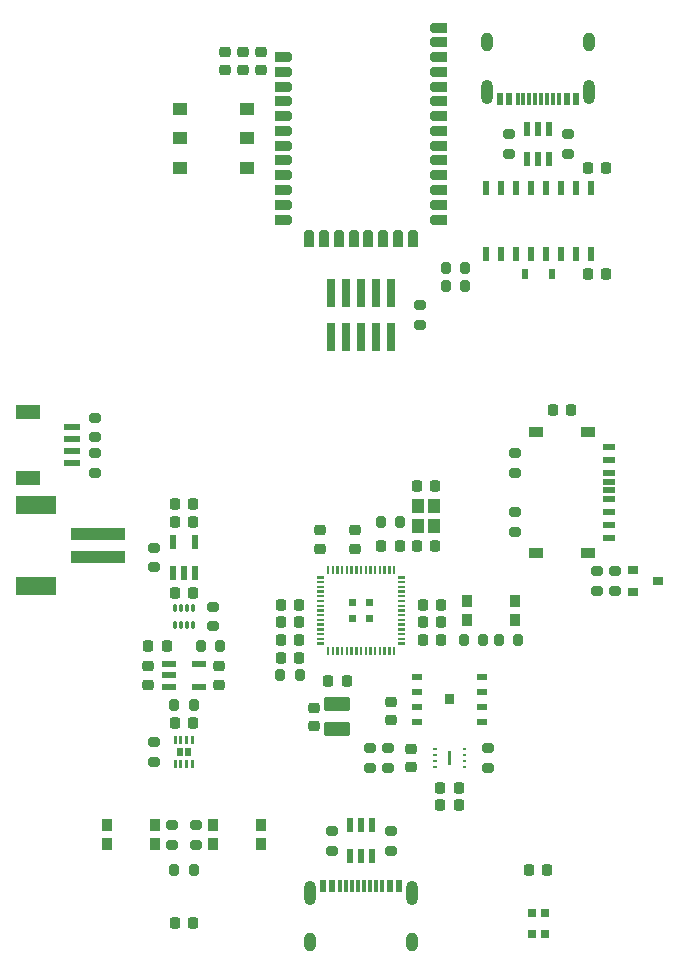
<source format=gtp>
%TF.GenerationSoftware,KiCad,Pcbnew,8.0.3*%
%TF.CreationDate,2024-07-24T15:17:42-06:00*%
%TF.ProjectId,SparkFun_IoT_Node_LoRaWAN,53706172-6b46-4756-9e5f-496f545f4e6f,v02*%
%TF.SameCoordinates,Original*%
%TF.FileFunction,Paste,Top*%
%TF.FilePolarity,Positive*%
%FSLAX46Y46*%
G04 Gerber Fmt 4.6, Leading zero omitted, Abs format (unit mm)*
G04 Created by KiCad (PCBNEW 8.0.3) date 2024-07-24 15:17:42*
%MOMM*%
%LPD*%
G01*
G04 APERTURE LIST*
G04 Aperture macros list*
%AMRoundRect*
0 Rectangle with rounded corners*
0 $1 Rounding radius*
0 $2 $3 $4 $5 $6 $7 $8 $9 X,Y pos of 4 corners*
0 Add a 4 corners polygon primitive as box body*
4,1,4,$2,$3,$4,$5,$6,$7,$8,$9,$2,$3,0*
0 Add four circle primitives for the rounded corners*
1,1,$1+$1,$2,$3*
1,1,$1+$1,$4,$5*
1,1,$1+$1,$6,$7*
1,1,$1+$1,$8,$9*
0 Add four rect primitives between the rounded corners*
20,1,$1+$1,$2,$3,$4,$5,0*
20,1,$1+$1,$4,$5,$6,$7,0*
20,1,$1+$1,$6,$7,$8,$9,0*
20,1,$1+$1,$8,$9,$2,$3,0*%
%AMFreePoly0*
4,1,14,-0.725000,0.420000,0.305000,0.420000,0.434787,0.399444,0.551870,0.339787,0.644787,0.246870,0.704444,0.129787,0.725000,0.000000,0.704444,-0.129787,0.644787,-0.246870,0.551870,-0.339787,0.434787,-0.399444,0.305000,-0.420000,-0.725000,-0.420000,-0.725000,0.420000,-0.725000,0.420000,$1*%
G04 Aperture macros list end*
%ADD10C,0.000000*%
%ADD11R,0.850000X0.500000*%
%ADD12RoundRect,0.225000X0.225000X0.250000X-0.225000X0.250000X-0.225000X-0.250000X0.225000X-0.250000X0*%
%ADD13RoundRect,0.200000X-0.275000X0.200000X-0.275000X-0.200000X0.275000X-0.200000X0.275000X0.200000X0*%
%ADD14RoundRect,0.225000X0.250000X-0.225000X0.250000X0.225000X-0.250000X0.225000X-0.250000X-0.225000X0*%
%ADD15RoundRect,0.225000X-0.225000X-0.250000X0.225000X-0.250000X0.225000X0.250000X-0.225000X0.250000X0*%
%ADD16R,1.200000X0.550000*%
%ADD17RoundRect,0.200000X-0.200000X-0.275000X0.200000X-0.275000X0.200000X0.275000X-0.200000X0.275000X0*%
%ADD18RoundRect,0.225000X-0.250000X0.225000X-0.250000X-0.225000X0.250000X-0.225000X0.250000X0.225000X0*%
%ADD19RoundRect,0.200000X0.275000X-0.200000X0.275000X0.200000X-0.275000X0.200000X-0.275000X-0.200000X0*%
%ADD20R,0.900000X1.000000*%
%ADD21RoundRect,0.200000X0.200000X0.275000X-0.200000X0.275000X-0.200000X-0.275000X0.200000X-0.275000X0*%
%ADD22R,1.000000X1.200000*%
%ADD23FreePoly0,180.000000*%
%ADD24FreePoly0,90.000000*%
%ADD25FreePoly0,0.000000*%
%ADD26R,0.900000X0.800000*%
%ADD27RoundRect,0.250000X0.850000X-0.375000X0.850000X0.375000X-0.850000X0.375000X-0.850000X-0.375000X0*%
%ADD28R,0.550000X1.200000*%
%ADD29RoundRect,0.050000X0.100000X-0.285000X0.100000X0.285000X-0.100000X0.285000X-0.100000X-0.285000X0*%
%ADD30R,0.600000X1.200000*%
%ADD31R,1.150000X1.000000*%
%ADD32R,1.000000X0.500000*%
%ADD33R,1.200000X0.950000*%
%ADD34R,0.740000X2.380000*%
%ADD35R,0.300000X1.000000*%
%ADD36R,0.600000X1.000000*%
%ADD37O,1.000000X1.600000*%
%ADD38O,1.000000X2.100000*%
%ADD39R,1.350000X0.600000*%
%ADD40R,2.000000X1.200000*%
%ADD41R,4.600000X1.000000*%
%ADD42R,3.400000X1.600000*%
%ADD43R,0.630000X0.830000*%
%ADD44RoundRect,0.218750X0.218750X0.256250X-0.218750X0.256250X-0.218750X-0.256250X0.218750X-0.256250X0*%
%ADD45R,0.700000X0.700000*%
G04 APERTURE END LIST*
D10*
%TO.C,U2*%
G36*
X7900000Y-17900000D02*
G01*
X7100000Y-17900000D01*
X7100000Y-17100000D01*
X7900000Y-17100000D01*
X7900000Y-17900000D01*
G37*
%TO.C,U1*%
G36*
X3750000Y-12900000D02*
G01*
X3100000Y-12900000D01*
X3100000Y-12700000D01*
X3750000Y-12700000D01*
X3750000Y-12900000D01*
G37*
G36*
X3750000Y-12500000D02*
G01*
X3100000Y-12500000D01*
X3100000Y-12300000D01*
X3750000Y-12300000D01*
X3750000Y-12500000D01*
G37*
G36*
X3750000Y-12100000D02*
G01*
X3100000Y-12100000D01*
X3100000Y-11900000D01*
X3750000Y-11900000D01*
X3750000Y-12100000D01*
G37*
G36*
X3750000Y-11700000D02*
G01*
X3100000Y-11700000D01*
X3100000Y-11500000D01*
X3750000Y-11500000D01*
X3750000Y-11700000D01*
G37*
G36*
X3750000Y-11300000D02*
G01*
X3100000Y-11300000D01*
X3100000Y-11100000D01*
X3750000Y-11100000D01*
X3750000Y-11300000D01*
G37*
G36*
X3750000Y-10900000D02*
G01*
X3100000Y-10900000D01*
X3100000Y-10700000D01*
X3750000Y-10700000D01*
X3750000Y-10900000D01*
G37*
G36*
X3750000Y-10500000D02*
G01*
X3100000Y-10500000D01*
X3100000Y-10300000D01*
X3750000Y-10300000D01*
X3750000Y-10500000D01*
G37*
G36*
X3750000Y-10100000D02*
G01*
X3100000Y-10100000D01*
X3100000Y-9900000D01*
X3750000Y-9900000D01*
X3750000Y-10100000D01*
G37*
G36*
X3750000Y-9700000D02*
G01*
X3100000Y-9700000D01*
X3100000Y-9500000D01*
X3750000Y-9500000D01*
X3750000Y-9700000D01*
G37*
G36*
X3750000Y-9300000D02*
G01*
X3100000Y-9300000D01*
X3100000Y-9100000D01*
X3750000Y-9100000D01*
X3750000Y-9300000D01*
G37*
G36*
X3750000Y-8900000D02*
G01*
X3100000Y-8900000D01*
X3100000Y-8700000D01*
X3750000Y-8700000D01*
X3750000Y-8900000D01*
G37*
G36*
X3750000Y-8500000D02*
G01*
X3100000Y-8500000D01*
X3100000Y-8300000D01*
X3750000Y-8300000D01*
X3750000Y-8500000D01*
G37*
G36*
X3750000Y-8100000D02*
G01*
X3100000Y-8100000D01*
X3100000Y-7900000D01*
X3750000Y-7900000D01*
X3750000Y-8100000D01*
G37*
G36*
X3750000Y-7700000D02*
G01*
X3100000Y-7700000D01*
X3100000Y-7500000D01*
X3750000Y-7500000D01*
X3750000Y-7700000D01*
G37*
G36*
X3750000Y-7300000D02*
G01*
X3100000Y-7300000D01*
X3100000Y-7100000D01*
X3750000Y-7100000D01*
X3750000Y-7300000D01*
G37*
G36*
X2900000Y-13750000D02*
G01*
X2700000Y-13750000D01*
X2700000Y-13100000D01*
X2900000Y-13100000D01*
X2900000Y-13750000D01*
G37*
G36*
X2900000Y-6900000D02*
G01*
X2700000Y-6900000D01*
X2700000Y-6250000D01*
X2900000Y-6250000D01*
X2900000Y-6900000D01*
G37*
G36*
X2500000Y-13750000D02*
G01*
X2300000Y-13750000D01*
X2300000Y-13100000D01*
X2500000Y-13100000D01*
X2500000Y-13750000D01*
G37*
G36*
X2500000Y-6900000D02*
G01*
X2300000Y-6900000D01*
X2300000Y-6250000D01*
X2500000Y-6250000D01*
X2500000Y-6900000D01*
G37*
G36*
X2100000Y-13750000D02*
G01*
X1900000Y-13750000D01*
X1900000Y-13100000D01*
X2100000Y-13100000D01*
X2100000Y-13750000D01*
G37*
G36*
X2100000Y-6900000D02*
G01*
X1900000Y-6900000D01*
X1900000Y-6250000D01*
X2100000Y-6250000D01*
X2100000Y-6900000D01*
G37*
G36*
X1700000Y-13750000D02*
G01*
X1500000Y-13750000D01*
X1500000Y-13100000D01*
X1700000Y-13100000D01*
X1700000Y-13750000D01*
G37*
G36*
X1700000Y-6900000D02*
G01*
X1500000Y-6900000D01*
X1500000Y-6250000D01*
X1700000Y-6250000D01*
X1700000Y-6900000D01*
G37*
G36*
X1300000Y-13750000D02*
G01*
X1100000Y-13750000D01*
X1100000Y-13100000D01*
X1300000Y-13100000D01*
X1300000Y-13750000D01*
G37*
G36*
X1300000Y-6900000D02*
G01*
X1100000Y-6900000D01*
X1100000Y-6250000D01*
X1300000Y-6250000D01*
X1300000Y-6900000D01*
G37*
G36*
X1000000Y-11000000D02*
G01*
X400000Y-11000000D01*
X400000Y-10400000D01*
X1000000Y-10400000D01*
X1000000Y-11000000D01*
G37*
G36*
X1000000Y-9600000D02*
G01*
X400000Y-9600000D01*
X400000Y-9000000D01*
X1000000Y-9000000D01*
X1000000Y-9600000D01*
G37*
G36*
X900000Y-13750000D02*
G01*
X700000Y-13750000D01*
X700000Y-13100000D01*
X900000Y-13100000D01*
X900000Y-13750000D01*
G37*
G36*
X900000Y-6900000D02*
G01*
X700000Y-6900000D01*
X700000Y-6250000D01*
X900000Y-6250000D01*
X900000Y-6900000D01*
G37*
G36*
X500000Y-13750000D02*
G01*
X300000Y-13750000D01*
X300000Y-13100000D01*
X500000Y-13100000D01*
X500000Y-13750000D01*
G37*
G36*
X500000Y-6900000D02*
G01*
X300000Y-6900000D01*
X300000Y-6250000D01*
X500000Y-6250000D01*
X500000Y-6900000D01*
G37*
G36*
X100000Y-13750000D02*
G01*
X-100000Y-13750000D01*
X-100000Y-13100000D01*
X100000Y-13100000D01*
X100000Y-13750000D01*
G37*
G36*
X100000Y-6900000D02*
G01*
X-100000Y-6900000D01*
X-100000Y-6250000D01*
X100000Y-6250000D01*
X100000Y-6900000D01*
G37*
G36*
X-300000Y-13750000D02*
G01*
X-500000Y-13750000D01*
X-500000Y-13100000D01*
X-300000Y-13100000D01*
X-300000Y-13750000D01*
G37*
G36*
X-400000Y-11000000D02*
G01*
X-1000000Y-11000000D01*
X-1000000Y-10400000D01*
X-400000Y-10400000D01*
X-400000Y-11000000D01*
G37*
G36*
X-400000Y-9600000D02*
G01*
X-1000000Y-9600000D01*
X-1000000Y-9000000D01*
X-400000Y-9000000D01*
X-400000Y-9600000D01*
G37*
G36*
X-300000Y-6900000D02*
G01*
X-500000Y-6900000D01*
X-500000Y-6250000D01*
X-300000Y-6250000D01*
X-300000Y-6900000D01*
G37*
G36*
X-700000Y-13750000D02*
G01*
X-900000Y-13750000D01*
X-900000Y-13100000D01*
X-700000Y-13100000D01*
X-700000Y-13750000D01*
G37*
G36*
X-700000Y-6900000D02*
G01*
X-900000Y-6900000D01*
X-900000Y-6250000D01*
X-700000Y-6250000D01*
X-700000Y-6900000D01*
G37*
G36*
X-1100000Y-13750000D02*
G01*
X-1300000Y-13750000D01*
X-1300000Y-13100000D01*
X-1100000Y-13100000D01*
X-1100000Y-13750000D01*
G37*
G36*
X-1100000Y-6900000D02*
G01*
X-1300000Y-6900000D01*
X-1300000Y-6250000D01*
X-1100000Y-6250000D01*
X-1100000Y-6900000D01*
G37*
G36*
X-1500000Y-13750000D02*
G01*
X-1700000Y-13750000D01*
X-1700000Y-13100000D01*
X-1500000Y-13100000D01*
X-1500000Y-13750000D01*
G37*
G36*
X-1500000Y-6900000D02*
G01*
X-1700000Y-6900000D01*
X-1700000Y-6250000D01*
X-1500000Y-6250000D01*
X-1500000Y-6900000D01*
G37*
G36*
X-1900000Y-13750000D02*
G01*
X-2100000Y-13750000D01*
X-2100000Y-13100000D01*
X-1900000Y-13100000D01*
X-1900000Y-13750000D01*
G37*
G36*
X-1900000Y-6900000D02*
G01*
X-2100000Y-6900000D01*
X-2100000Y-6250000D01*
X-1900000Y-6250000D01*
X-1900000Y-6900000D01*
G37*
G36*
X-2300000Y-13750000D02*
G01*
X-2500000Y-13750000D01*
X-2500000Y-13100000D01*
X-2300000Y-13100000D01*
X-2300000Y-13750000D01*
G37*
G36*
X-2300000Y-6900000D02*
G01*
X-2500000Y-6900000D01*
X-2500000Y-6250000D01*
X-2300000Y-6250000D01*
X-2300000Y-6900000D01*
G37*
G36*
X-2700000Y-13750000D02*
G01*
X-2900000Y-13750000D01*
X-2900000Y-13100000D01*
X-2700000Y-13100000D01*
X-2700000Y-13750000D01*
G37*
G36*
X-2700000Y-6900000D02*
G01*
X-2900000Y-6900000D01*
X-2900000Y-6250000D01*
X-2700000Y-6250000D01*
X-2700000Y-6900000D01*
G37*
G36*
X-3100000Y-12900000D02*
G01*
X-3750000Y-12900000D01*
X-3750000Y-12700000D01*
X-3100000Y-12700000D01*
X-3100000Y-12900000D01*
G37*
G36*
X-3100000Y-12500000D02*
G01*
X-3750000Y-12500000D01*
X-3750000Y-12300000D01*
X-3100000Y-12300000D01*
X-3100000Y-12500000D01*
G37*
G36*
X-3100000Y-12100000D02*
G01*
X-3750000Y-12100000D01*
X-3750000Y-11900000D01*
X-3100000Y-11900000D01*
X-3100000Y-12100000D01*
G37*
G36*
X-3100000Y-11700000D02*
G01*
X-3750000Y-11700000D01*
X-3750000Y-11500000D01*
X-3100000Y-11500000D01*
X-3100000Y-11700000D01*
G37*
G36*
X-3100000Y-11300000D02*
G01*
X-3750000Y-11300000D01*
X-3750000Y-11100000D01*
X-3100000Y-11100000D01*
X-3100000Y-11300000D01*
G37*
G36*
X-3100000Y-10900000D02*
G01*
X-3750000Y-10900000D01*
X-3750000Y-10700000D01*
X-3100000Y-10700000D01*
X-3100000Y-10900000D01*
G37*
G36*
X-3100000Y-10500000D02*
G01*
X-3750000Y-10500000D01*
X-3750000Y-10300000D01*
X-3100000Y-10300000D01*
X-3100000Y-10500000D01*
G37*
G36*
X-3100000Y-10100000D02*
G01*
X-3750000Y-10100000D01*
X-3750000Y-9900000D01*
X-3100000Y-9900000D01*
X-3100000Y-10100000D01*
G37*
G36*
X-3100000Y-9700000D02*
G01*
X-3750000Y-9700000D01*
X-3750000Y-9500000D01*
X-3100000Y-9500000D01*
X-3100000Y-9700000D01*
G37*
G36*
X-3100000Y-9300000D02*
G01*
X-3750000Y-9300000D01*
X-3750000Y-9100000D01*
X-3100000Y-9100000D01*
X-3100000Y-9300000D01*
G37*
G36*
X-3100000Y-8900000D02*
G01*
X-3750000Y-8900000D01*
X-3750000Y-8700000D01*
X-3100000Y-8700000D01*
X-3100000Y-8900000D01*
G37*
G36*
X-3100000Y-8500000D02*
G01*
X-3750000Y-8500000D01*
X-3750000Y-8300000D01*
X-3100000Y-8300000D01*
X-3100000Y-8500000D01*
G37*
G36*
X-3100000Y-8100000D02*
G01*
X-3750000Y-8100000D01*
X-3750000Y-7900000D01*
X-3100000Y-7900000D01*
X-3100000Y-8100000D01*
G37*
G36*
X-3100000Y-7700000D02*
G01*
X-3750000Y-7700000D01*
X-3750000Y-7500000D01*
X-3100000Y-7500000D01*
X-3100000Y-7700000D01*
G37*
G36*
X-3100000Y-7300000D02*
G01*
X-3750000Y-7300000D01*
X-3750000Y-7100000D01*
X-3100000Y-7100000D01*
X-3100000Y-7300000D01*
G37*
%TO.C,U9*%
G36*
X-15625000Y-21300000D02*
G01*
X-15875000Y-21300000D01*
X-15875000Y-20662500D01*
X-15625000Y-20662500D01*
X-15625000Y-21300000D01*
G37*
G36*
X-15625000Y-23337500D02*
G01*
X-15875000Y-23337500D01*
X-15875000Y-22700000D01*
X-15625000Y-22700000D01*
X-15625000Y-23337500D01*
G37*
G36*
X-15125000Y-21300000D02*
G01*
X-15375000Y-21300000D01*
X-15375000Y-20662500D01*
X-15125000Y-20662500D01*
X-15125000Y-21300000D01*
G37*
G36*
X-15125000Y-23337500D02*
G01*
X-15375000Y-23337500D01*
X-15375000Y-22700000D01*
X-15125000Y-22700000D01*
X-15125000Y-23337500D01*
G37*
G36*
X-15090000Y-22320000D02*
G01*
X-15590000Y-22320000D01*
X-15590000Y-21680000D01*
X-15090000Y-21680000D01*
X-15090000Y-22320000D01*
G37*
G36*
X-14625000Y-21300000D02*
G01*
X-14875000Y-21300000D01*
X-14875000Y-20662500D01*
X-14625000Y-20662500D01*
X-14625000Y-21300000D01*
G37*
G36*
X-14625000Y-23337500D02*
G01*
X-14875000Y-23337500D01*
X-14875000Y-22700000D01*
X-14625000Y-22700000D01*
X-14625000Y-23337500D01*
G37*
G36*
X-14410000Y-22320000D02*
G01*
X-14910000Y-22320000D01*
X-14910000Y-21680000D01*
X-14410000Y-21680000D01*
X-14410000Y-22320000D01*
G37*
G36*
X-14125000Y-21300000D02*
G01*
X-14375000Y-21300000D01*
X-14375000Y-20662500D01*
X-14125000Y-20662500D01*
X-14125000Y-21300000D01*
G37*
G36*
X-14125000Y-23337500D02*
G01*
X-14375000Y-23337500D01*
X-14375000Y-22700000D01*
X-14125000Y-22700000D01*
X-14125000Y-23337500D01*
G37*
%TO.C,U3*%
G36*
X6400000Y-21850000D02*
G01*
X6100000Y-21850000D01*
X6100000Y-21650000D01*
X6400000Y-21650000D01*
X6400000Y-21850000D01*
G37*
G36*
X6400000Y-22350000D02*
G01*
X6100000Y-22350000D01*
X6100000Y-22150000D01*
X6400000Y-22150000D01*
X6400000Y-22350000D01*
G37*
G36*
X6400000Y-22850000D02*
G01*
X6100000Y-22850000D01*
X6100000Y-22650000D01*
X6400000Y-22650000D01*
X6400000Y-22850000D01*
G37*
G36*
X6400000Y-23350000D02*
G01*
X6100000Y-23350000D01*
X6100000Y-23150000D01*
X6400000Y-23150000D01*
X6400000Y-23350000D01*
G37*
G36*
X7600000Y-23100000D02*
G01*
X7400000Y-23100000D01*
X7400000Y-21900000D01*
X7600000Y-21900000D01*
X7600000Y-23100000D01*
G37*
G36*
X8900000Y-21850000D02*
G01*
X8600000Y-21850000D01*
X8600000Y-21650000D01*
X8900000Y-21650000D01*
X8900000Y-21850000D01*
G37*
G36*
X8900000Y-22350000D02*
G01*
X8600000Y-22350000D01*
X8600000Y-22150000D01*
X8900000Y-22150000D01*
X8900000Y-22350000D01*
G37*
G36*
X8900000Y-22850000D02*
G01*
X8600000Y-22850000D01*
X8600000Y-22650000D01*
X8900000Y-22650000D01*
X8900000Y-22850000D01*
G37*
G36*
X8900000Y-23350000D02*
G01*
X8600000Y-23350000D01*
X8600000Y-23150000D01*
X8900000Y-23150000D01*
X8900000Y-23350000D01*
G37*
%TD*%
D11*
%TO.C,U2*%
X4725000Y-19405000D03*
X4725000Y-18135000D03*
X4725000Y-16865000D03*
X4725000Y-15595000D03*
X10275000Y-15595000D03*
X10275000Y-16865000D03*
X10275000Y-18135000D03*
X10275000Y-19405000D03*
%TD*%
D12*
%TO.C,C2*%
X6275000Y-4500000D03*
X4725000Y-4500000D03*
%TD*%
D13*
%TO.C,R24*%
X13000000Y3325000D03*
X13000000Y1675000D03*
%TD*%
D14*
%TO.C,C29*%
X-18000000Y-16275000D03*
X-18000000Y-14725000D03*
%TD*%
D15*
%TO.C,C21*%
X19225000Y27500000D03*
X20775000Y27500000D03*
%TD*%
D16*
%TO.C,U8*%
X-16300100Y-14550000D03*
X-16300100Y-15500000D03*
X-16300100Y-16450000D03*
X-13699900Y-16450000D03*
X-13699900Y-14550000D03*
%TD*%
D17*
%TO.C,R7*%
X8675000Y-12500000D03*
X10325000Y-12500000D03*
%TD*%
D12*
%TO.C,C13*%
X-5225000Y-11000000D03*
X-6775000Y-11000000D03*
%TD*%
%TO.C,C5*%
X6275000Y500000D03*
X4725000Y500000D03*
%TD*%
D14*
%TO.C,C8*%
X-3500000Y-4775000D03*
X-3500000Y-3225000D03*
%TD*%
D18*
%TO.C,C17*%
X4250000Y-21725000D03*
X4250000Y-23275000D03*
%TD*%
D19*
%TO.C,R18*%
X20000000Y-8325000D03*
X20000000Y-6675000D03*
%TD*%
D13*
%TO.C,R6*%
X750000Y-21675000D03*
X750000Y-23325000D03*
%TD*%
D20*
%TO.C,SW2*%
X-12550000Y-28200000D03*
X-8450000Y-28200000D03*
X-12550000Y-29800000D03*
X-8450000Y-29800000D03*
%TD*%
D14*
%TO.C,C23*%
X-8500000Y35725000D03*
X-8500000Y37275000D03*
%TD*%
D21*
%TO.C,R1*%
X-5175000Y-15500000D03*
X-6825000Y-15500000D03*
%TD*%
D13*
%TO.C,R16*%
X-17500000Y-4675000D03*
X-17500000Y-6325000D03*
%TD*%
D14*
%TO.C,C20*%
X-11500000Y35725000D03*
X-11500000Y37275000D03*
%TD*%
D19*
%TO.C,R8*%
X10750000Y-23325000D03*
X10750000Y-21675000D03*
%TD*%
D21*
%TO.C,R9*%
X13325000Y-12500000D03*
X11675000Y-12500000D03*
%TD*%
D12*
%TO.C,C1*%
X-5225000Y-12500000D03*
X-6775000Y-12500000D03*
%TD*%
D13*
%TO.C,R28*%
X-17500000Y-21175000D03*
X-17500000Y-22825000D03*
%TD*%
%TO.C,R11*%
X12500000Y30325000D03*
X12500000Y28675000D03*
%TD*%
D18*
%TO.C,C3*%
X2500000Y-17725000D03*
X2500000Y-19275000D03*
%TD*%
D17*
%TO.C,R14*%
X8825000Y17500000D03*
X7175000Y17500000D03*
%TD*%
D22*
%TO.C,Y1*%
X4850000Y-1150000D03*
X4850000Y-2850000D03*
X6150000Y-2850000D03*
X6150000Y-1150000D03*
%TD*%
D12*
%TO.C,C4*%
X-5225000Y-14000000D03*
X-6775000Y-14000000D03*
%TD*%
%TO.C,C30*%
X17775000Y7000000D03*
X16225000Y7000000D03*
%TD*%
D15*
%TO.C,C24*%
X-15775000Y-8500000D03*
X-14225000Y-8500000D03*
%TD*%
%TO.C,C16*%
X6725000Y-26500000D03*
X8275000Y-26500000D03*
%TD*%
D19*
%TO.C,R17*%
X21500000Y-8325000D03*
X21500000Y-6675000D03*
%TD*%
D15*
%TO.C,C11*%
X5225000Y-11000000D03*
X6775000Y-11000000D03*
%TD*%
D14*
%TO.C,C28*%
X-12000000Y-16275000D03*
X-12000000Y-14725000D03*
%TD*%
D13*
%TO.C,R12*%
X17500000Y30325000D03*
X17500000Y28675000D03*
%TD*%
D19*
%TO.C,R22*%
X-14000000Y-29825000D03*
X-14000000Y-28175000D03*
%TD*%
%TO.C,R10*%
X5000000Y14175000D03*
X5000000Y15825000D03*
%TD*%
D20*
%TO.C,SW3*%
X-17450000Y-29800000D03*
X-21550000Y-29800000D03*
X-17450000Y-28200000D03*
X-21550000Y-28200000D03*
%TD*%
D21*
%TO.C,R13*%
X7175000Y19000000D03*
X8825000Y19000000D03*
%TD*%
D17*
%TO.C,R21*%
X-13575000Y-13000000D03*
X-11925000Y-13000000D03*
%TD*%
D19*
%TO.C,R3*%
X2500000Y-30325000D03*
X2500000Y-28675000D03*
%TD*%
D15*
%TO.C,C18*%
X6725000Y-25000000D03*
X8275000Y-25000000D03*
%TD*%
%TO.C,C27*%
X14225000Y-32000000D03*
X15775000Y-32000000D03*
%TD*%
D14*
%TO.C,C15*%
X-4000000Y-19775000D03*
X-4000000Y-18225000D03*
%TD*%
D23*
%TO.C,U4*%
X6550000Y39350000D03*
X6550000Y38100000D03*
X6550000Y36850000D03*
X6550000Y35600000D03*
X6550000Y34350000D03*
X6550000Y33100000D03*
X6550000Y31850000D03*
X6550000Y30600000D03*
X6550000Y29350000D03*
X6550000Y28100000D03*
X6550000Y26850000D03*
X6550000Y25600000D03*
X6550000Y24350000D03*
X6550000Y23100000D03*
D24*
X4370000Y21570000D03*
X3120000Y21570000D03*
X1870000Y21570000D03*
X620000Y21570000D03*
X-630000Y21570000D03*
X-1880000Y21570000D03*
X-3130000Y21570000D03*
X-4380000Y21570000D03*
D25*
X-6550000Y23100000D03*
X-6550000Y24350000D03*
X-6550000Y25600000D03*
X-6550000Y26850000D03*
X-6550000Y28100000D03*
X-6550000Y29350000D03*
X-6550000Y30600000D03*
X-6550000Y31850000D03*
X-6550000Y33100000D03*
X-6550000Y34350000D03*
X-6550000Y35600000D03*
X-6550000Y36850000D03*
%TD*%
D19*
%TO.C,R27*%
X-22500000Y1675000D03*
X-22500000Y3325000D03*
%TD*%
D15*
%TO.C,C26*%
X-14225000Y-1000000D03*
X-15775000Y-1000000D03*
%TD*%
D26*
%TO.C,Q1*%
X25100000Y-7500000D03*
X23000000Y-8450000D03*
X23000000Y-6550000D03*
%TD*%
D13*
%TO.C,R26*%
X-22500000Y6325000D03*
X-22500000Y4675000D03*
%TD*%
D14*
%TO.C,C9*%
X-500000Y-4775000D03*
X-500000Y-3225000D03*
%TD*%
D17*
%TO.C,R2*%
X1675000Y-2500000D03*
X3325000Y-2500000D03*
%TD*%
D12*
%TO.C,C14*%
X-1225000Y-16000000D03*
X-2775000Y-16000000D03*
%TD*%
%TO.C,C6*%
X-5225000Y-9500000D03*
X-6775000Y-9500000D03*
%TD*%
D15*
%TO.C,C19*%
X19225000Y18500000D03*
X20775000Y18500000D03*
%TD*%
D21*
%TO.C,R19*%
X-14175000Y-18000000D03*
X-15825000Y-18000000D03*
%TD*%
%TO.C,R20*%
X-14175000Y-32000000D03*
X-15825000Y-32000000D03*
%TD*%
D15*
%TO.C,C25*%
X-15775000Y-2500000D03*
X-14225000Y-2500000D03*
%TD*%
D13*
%TO.C,R5*%
X2250000Y-21675000D03*
X2250000Y-23325000D03*
%TD*%
D14*
%TO.C,C22*%
X-10000000Y35725000D03*
X-10000000Y37275000D03*
%TD*%
D27*
%TO.C,L1*%
X-2000000Y-17925000D03*
X-2000000Y-20075000D03*
%TD*%
D19*
%TO.C,R4*%
X-2500000Y-30325000D03*
X-2500000Y-28675000D03*
%TD*%
%TO.C,R15*%
X-12500000Y-11325000D03*
X-12500000Y-9675000D03*
%TD*%
D15*
%TO.C,C12*%
X1725000Y-4500000D03*
X3275000Y-4500000D03*
%TD*%
%TO.C,C7*%
X5225000Y-9500000D03*
X6775000Y-9500000D03*
%TD*%
%TO.C,C10*%
X5225000Y-12500000D03*
X6775000Y-12500000D03*
%TD*%
D13*
%TO.C,R23*%
X13000000Y-1675000D03*
X13000000Y-3325000D03*
%TD*%
D15*
%TO.C,C31*%
X-15775000Y-19500000D03*
X-14225000Y-19500000D03*
%TD*%
D19*
%TO.C,R25*%
X-16000000Y-28175000D03*
X-16000000Y-29825000D03*
%TD*%
D28*
%TO.C,U7*%
X-15950000Y-6800100D03*
X-15000000Y-6800100D03*
X-14050000Y-6800100D03*
X-14050000Y-4199900D03*
X-15950000Y-4199900D03*
%TD*%
D29*
%TO.C,U6*%
X-15750000Y-11240000D03*
X-15250000Y-11240000D03*
X-14750000Y-11240000D03*
X-14250000Y-11240000D03*
X-14250000Y-9760000D03*
X-14750000Y-9760000D03*
X-15250000Y-9760000D03*
X-15750000Y-9760000D03*
%TD*%
D30*
%TO.C,U5*%
X19445000Y25800000D03*
X18175000Y25800000D03*
X16905000Y25800000D03*
X15635000Y25800000D03*
X14365000Y25800000D03*
X13095000Y25800000D03*
X11825000Y25800000D03*
X10555000Y25800000D03*
X10555000Y20200000D03*
X11825000Y20200000D03*
X13095000Y20200000D03*
X14365000Y20200000D03*
X15635000Y20200000D03*
X16905000Y20200000D03*
X18175000Y20200000D03*
X19445000Y20200000D03*
%TD*%
D31*
%TO.C,SW1*%
X-15325000Y27500000D03*
X-15325000Y30000000D03*
X-15325000Y32500000D03*
X-9675000Y27500000D03*
X-9675000Y30000000D03*
X-9675000Y32500000D03*
%TD*%
D20*
%TO.C,SW4*%
X8950000Y-9200000D03*
X13050000Y-9200000D03*
X8950000Y-10800000D03*
X13050000Y-10800000D03*
%TD*%
D32*
%TO.C,J10*%
X20975000Y3850000D03*
X20975000Y2750000D03*
X20975000Y1650000D03*
X20975000Y900000D03*
X20975000Y-550000D03*
X20975000Y-1650000D03*
X20975000Y-2750000D03*
X20975000Y-3850000D03*
X20975000Y200000D03*
D33*
X14775000Y-5100000D03*
X19225000Y-5100000D03*
X14775000Y5100000D03*
X19225000Y5100000D03*
%TD*%
D34*
%TO.C,J4*%
X-2540000Y13120000D03*
X-2540000Y16880000D03*
X-1270000Y13120000D03*
X-1270000Y16880000D03*
X0Y13120000D03*
X0Y16880000D03*
X1270000Y13120000D03*
X1270000Y16880000D03*
X2540000Y13120000D03*
X2540000Y16880000D03*
%TD*%
D35*
%TO.C,J1*%
X-1250000Y-33340000D03*
X-250000Y-33340000D03*
X250000Y-33340000D03*
X1250000Y-33340000D03*
X1750000Y-33340000D03*
X750000Y-33340000D03*
X-750000Y-33340000D03*
X-1750000Y-33340000D03*
D36*
X-3225000Y-33340000D03*
X3225000Y-33340000D03*
D37*
X-4318000Y-38095000D03*
D38*
X-4318000Y-33915000D03*
X4318000Y-33915000D03*
D37*
X4318000Y-38095000D03*
D36*
X-2450000Y-33340000D03*
X2450000Y-33340000D03*
%TD*%
D35*
%TO.C,J3*%
X16250000Y33340000D03*
X15250000Y33340000D03*
X14750000Y33340000D03*
X13750000Y33340000D03*
X13250000Y33340000D03*
X14250000Y33340000D03*
X15750000Y33340000D03*
X16750000Y33340000D03*
D36*
X18225000Y33340000D03*
X11775000Y33340000D03*
D37*
X19318000Y38095000D03*
D38*
X19318000Y33915000D03*
X10682000Y33915000D03*
D37*
X10682000Y38095000D03*
D36*
X17450000Y33340000D03*
X12550000Y33340000D03*
%TD*%
D39*
%TO.C,J11*%
X-24500000Y5500000D03*
X-24500000Y4500000D03*
X-24500000Y3500000D03*
X-24500000Y2500000D03*
D40*
X-28175000Y1200000D03*
X-28175000Y6800000D03*
%TD*%
D41*
%TO.C,J9*%
X-22300000Y-5500000D03*
X-22300000Y-3500000D03*
D42*
X-27500000Y-7900000D03*
X-27500000Y-1100000D03*
%TD*%
D43*
%TO.C,D2*%
X16150000Y18500000D03*
X13850000Y18500000D03*
%TD*%
D28*
%TO.C,D3*%
X15950000Y30800100D03*
X15000000Y30800100D03*
X14050000Y30800100D03*
X14050000Y28199900D03*
X15000000Y28200000D03*
X15950000Y28199900D03*
%TD*%
%TO.C,D1*%
X-950000Y-30800100D03*
X0Y-30800100D03*
X950000Y-30800100D03*
X950000Y-28199900D03*
X0Y-28200000D03*
X-950000Y-28199900D03*
%TD*%
D44*
%TO.C,D5*%
X-15787500Y-36500000D03*
X-14212500Y-36500000D03*
%TD*%
%TO.C,D6*%
X-16462500Y-13000000D03*
X-18037500Y-13000000D03*
%TD*%
D45*
%TO.C,D4*%
X14450000Y-37415000D03*
X15550000Y-37415000D03*
X15550000Y-35585000D03*
X14450000Y-35585000D03*
%TD*%
M02*

</source>
